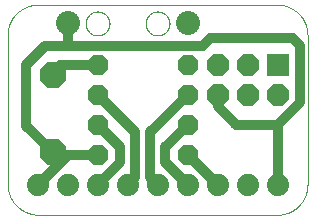
<source format=gtl>
G75*
%MOIN*%
%OFA0B0*%
%FSLAX25Y25*%
%IPPOS*%
%LPD*%
%AMOC8*
5,1,8,0,0,1.08239X$1,22.5*
%
%ADD10C,0.00000*%
%ADD11OC8,0.06800*%
%ADD12R,0.07400X0.07400*%
%ADD13OC8,0.07400*%
%ADD14OC8,0.08600*%
%ADD15C,0.07400*%
%ADD16C,0.08000*%
%ADD17C,0.03200*%
D10*
X0011308Y0002667D02*
X0090922Y0002667D01*
X0090922Y0002666D02*
X0091166Y0002669D01*
X0091409Y0002678D01*
X0091652Y0002692D01*
X0091895Y0002713D01*
X0092137Y0002739D01*
X0092378Y0002772D01*
X0092619Y0002810D01*
X0092858Y0002854D01*
X0093097Y0002903D01*
X0093334Y0002959D01*
X0093570Y0003020D01*
X0093804Y0003087D01*
X0094036Y0003159D01*
X0094267Y0003237D01*
X0094496Y0003321D01*
X0094722Y0003410D01*
X0094947Y0003505D01*
X0095169Y0003605D01*
X0095388Y0003710D01*
X0095605Y0003820D01*
X0095820Y0003936D01*
X0096031Y0004057D01*
X0096240Y0004183D01*
X0096445Y0004314D01*
X0096647Y0004450D01*
X0096846Y0004591D01*
X0097041Y0004736D01*
X0097233Y0004886D01*
X0097421Y0005041D01*
X0097605Y0005201D01*
X0097785Y0005364D01*
X0097962Y0005532D01*
X0098134Y0005704D01*
X0098302Y0005881D01*
X0098465Y0006061D01*
X0098625Y0006245D01*
X0098780Y0006433D01*
X0098930Y0006625D01*
X0099075Y0006820D01*
X0099216Y0007019D01*
X0099352Y0007221D01*
X0099483Y0007426D01*
X0099609Y0007635D01*
X0099730Y0007846D01*
X0099846Y0008061D01*
X0099956Y0008278D01*
X0100061Y0008497D01*
X0100161Y0008719D01*
X0100256Y0008944D01*
X0100345Y0009170D01*
X0100429Y0009399D01*
X0100507Y0009630D01*
X0100579Y0009862D01*
X0100646Y0010096D01*
X0100707Y0010332D01*
X0100763Y0010569D01*
X0100812Y0010808D01*
X0100856Y0011047D01*
X0100894Y0011288D01*
X0100927Y0011529D01*
X0100953Y0011771D01*
X0100974Y0012014D01*
X0100988Y0012257D01*
X0100997Y0012500D01*
X0101000Y0012744D01*
X0101000Y0062589D01*
X0100997Y0062833D01*
X0100988Y0063076D01*
X0100974Y0063319D01*
X0100953Y0063562D01*
X0100927Y0063804D01*
X0100894Y0064045D01*
X0100856Y0064286D01*
X0100812Y0064525D01*
X0100763Y0064764D01*
X0100707Y0065001D01*
X0100646Y0065237D01*
X0100579Y0065471D01*
X0100507Y0065703D01*
X0100429Y0065934D01*
X0100345Y0066163D01*
X0100256Y0066389D01*
X0100161Y0066614D01*
X0100061Y0066836D01*
X0099956Y0067055D01*
X0099846Y0067272D01*
X0099730Y0067487D01*
X0099609Y0067698D01*
X0099483Y0067907D01*
X0099352Y0068112D01*
X0099216Y0068314D01*
X0099075Y0068513D01*
X0098930Y0068708D01*
X0098780Y0068900D01*
X0098625Y0069088D01*
X0098465Y0069272D01*
X0098302Y0069452D01*
X0098134Y0069629D01*
X0097962Y0069801D01*
X0097785Y0069969D01*
X0097605Y0070132D01*
X0097421Y0070292D01*
X0097233Y0070447D01*
X0097041Y0070597D01*
X0096846Y0070742D01*
X0096647Y0070883D01*
X0096445Y0071019D01*
X0096240Y0071150D01*
X0096031Y0071276D01*
X0095820Y0071397D01*
X0095605Y0071513D01*
X0095388Y0071623D01*
X0095169Y0071728D01*
X0094947Y0071828D01*
X0094722Y0071923D01*
X0094496Y0072012D01*
X0094267Y0072096D01*
X0094036Y0072174D01*
X0093804Y0072246D01*
X0093570Y0072313D01*
X0093334Y0072374D01*
X0093097Y0072430D01*
X0092858Y0072479D01*
X0092619Y0072523D01*
X0092378Y0072561D01*
X0092137Y0072594D01*
X0091895Y0072620D01*
X0091652Y0072641D01*
X0091409Y0072655D01*
X0091166Y0072664D01*
X0090922Y0072667D01*
X0011078Y0072667D01*
X0010834Y0072664D01*
X0010591Y0072655D01*
X0010348Y0072641D01*
X0010105Y0072620D01*
X0009863Y0072594D01*
X0009622Y0072561D01*
X0009381Y0072523D01*
X0009142Y0072479D01*
X0008903Y0072430D01*
X0008666Y0072374D01*
X0008430Y0072313D01*
X0008196Y0072246D01*
X0007964Y0072174D01*
X0007733Y0072096D01*
X0007504Y0072012D01*
X0007278Y0071923D01*
X0007053Y0071828D01*
X0006831Y0071728D01*
X0006612Y0071623D01*
X0006395Y0071513D01*
X0006180Y0071397D01*
X0005969Y0071276D01*
X0005760Y0071150D01*
X0005555Y0071019D01*
X0005353Y0070883D01*
X0005154Y0070742D01*
X0004959Y0070597D01*
X0004767Y0070447D01*
X0004579Y0070292D01*
X0004395Y0070132D01*
X0004215Y0069969D01*
X0004038Y0069801D01*
X0003866Y0069629D01*
X0003698Y0069452D01*
X0003535Y0069272D01*
X0003375Y0069088D01*
X0003220Y0068900D01*
X0003070Y0068708D01*
X0002925Y0068513D01*
X0002784Y0068314D01*
X0002648Y0068112D01*
X0002517Y0067907D01*
X0002391Y0067698D01*
X0002270Y0067487D01*
X0002154Y0067272D01*
X0002044Y0067055D01*
X0001939Y0066836D01*
X0001839Y0066614D01*
X0001744Y0066389D01*
X0001655Y0066163D01*
X0001571Y0065934D01*
X0001493Y0065703D01*
X0001421Y0065471D01*
X0001354Y0065237D01*
X0001293Y0065001D01*
X0001237Y0064764D01*
X0001188Y0064525D01*
X0001144Y0064286D01*
X0001106Y0064045D01*
X0001073Y0063804D01*
X0001047Y0063562D01*
X0001026Y0063319D01*
X0001012Y0063076D01*
X0001003Y0062833D01*
X0001000Y0062589D01*
X0001000Y0012974D01*
X0001003Y0012725D01*
X0001012Y0012476D01*
X0001027Y0012227D01*
X0001048Y0011979D01*
X0001075Y0011732D01*
X0001108Y0011485D01*
X0001147Y0011239D01*
X0001192Y0010994D01*
X0001243Y0010750D01*
X0001300Y0010507D01*
X0001362Y0010266D01*
X0001430Y0010026D01*
X0001505Y0009789D01*
X0001584Y0009553D01*
X0001670Y0009319D01*
X0001761Y0009087D01*
X0001858Y0008857D01*
X0001960Y0008630D01*
X0002068Y0008406D01*
X0002181Y0008184D01*
X0002299Y0007964D01*
X0002423Y0007748D01*
X0002552Y0007535D01*
X0002686Y0007325D01*
X0002825Y0007118D01*
X0002969Y0006915D01*
X0003117Y0006715D01*
X0003271Y0006519D01*
X0003429Y0006327D01*
X0003592Y0006139D01*
X0003760Y0005954D01*
X0003932Y0005774D01*
X0004108Y0005598D01*
X0004288Y0005426D01*
X0004473Y0005258D01*
X0004661Y0005095D01*
X0004853Y0004937D01*
X0005049Y0004783D01*
X0005249Y0004635D01*
X0005452Y0004491D01*
X0005659Y0004352D01*
X0005869Y0004218D01*
X0006082Y0004089D01*
X0006298Y0003965D01*
X0006518Y0003847D01*
X0006740Y0003734D01*
X0006964Y0003626D01*
X0007191Y0003524D01*
X0007421Y0003427D01*
X0007653Y0003336D01*
X0007887Y0003250D01*
X0008123Y0003171D01*
X0008360Y0003096D01*
X0008600Y0003028D01*
X0008841Y0002966D01*
X0009084Y0002909D01*
X0009328Y0002858D01*
X0009573Y0002813D01*
X0009819Y0002774D01*
X0010066Y0002741D01*
X0010313Y0002714D01*
X0010561Y0002693D01*
X0010810Y0002678D01*
X0011059Y0002669D01*
X0011308Y0002666D01*
X0027000Y0066417D02*
X0027002Y0066543D01*
X0027008Y0066669D01*
X0027018Y0066795D01*
X0027032Y0066921D01*
X0027050Y0067046D01*
X0027072Y0067170D01*
X0027097Y0067294D01*
X0027127Y0067417D01*
X0027160Y0067538D01*
X0027198Y0067659D01*
X0027239Y0067778D01*
X0027284Y0067897D01*
X0027332Y0068013D01*
X0027384Y0068128D01*
X0027440Y0068241D01*
X0027500Y0068353D01*
X0027563Y0068462D01*
X0027629Y0068570D01*
X0027698Y0068675D01*
X0027771Y0068778D01*
X0027848Y0068879D01*
X0027927Y0068977D01*
X0028009Y0069073D01*
X0028095Y0069166D01*
X0028183Y0069257D01*
X0028274Y0069344D01*
X0028368Y0069429D01*
X0028464Y0069510D01*
X0028563Y0069589D01*
X0028664Y0069664D01*
X0028768Y0069736D01*
X0028874Y0069805D01*
X0028982Y0069871D01*
X0029092Y0069933D01*
X0029204Y0069991D01*
X0029317Y0070046D01*
X0029433Y0070097D01*
X0029550Y0070145D01*
X0029668Y0070189D01*
X0029788Y0070229D01*
X0029909Y0070265D01*
X0030031Y0070298D01*
X0030154Y0070327D01*
X0030278Y0070351D01*
X0030402Y0070372D01*
X0030527Y0070389D01*
X0030653Y0070402D01*
X0030779Y0070411D01*
X0030905Y0070416D01*
X0031032Y0070417D01*
X0031158Y0070414D01*
X0031284Y0070407D01*
X0031410Y0070396D01*
X0031535Y0070381D01*
X0031660Y0070362D01*
X0031784Y0070339D01*
X0031908Y0070313D01*
X0032030Y0070282D01*
X0032152Y0070248D01*
X0032272Y0070209D01*
X0032391Y0070167D01*
X0032509Y0070122D01*
X0032625Y0070072D01*
X0032740Y0070019D01*
X0032852Y0069962D01*
X0032963Y0069902D01*
X0033072Y0069838D01*
X0033179Y0069771D01*
X0033284Y0069701D01*
X0033387Y0069627D01*
X0033487Y0069550D01*
X0033585Y0069470D01*
X0033680Y0069387D01*
X0033772Y0069301D01*
X0033862Y0069212D01*
X0033949Y0069120D01*
X0034032Y0069026D01*
X0034113Y0068929D01*
X0034191Y0068829D01*
X0034266Y0068727D01*
X0034337Y0068623D01*
X0034405Y0068516D01*
X0034469Y0068408D01*
X0034530Y0068297D01*
X0034588Y0068185D01*
X0034642Y0068071D01*
X0034692Y0067955D01*
X0034739Y0067838D01*
X0034782Y0067719D01*
X0034821Y0067599D01*
X0034857Y0067478D01*
X0034888Y0067355D01*
X0034916Y0067232D01*
X0034940Y0067108D01*
X0034960Y0066983D01*
X0034976Y0066858D01*
X0034988Y0066732D01*
X0034996Y0066606D01*
X0035000Y0066480D01*
X0035000Y0066354D01*
X0034996Y0066228D01*
X0034988Y0066102D01*
X0034976Y0065976D01*
X0034960Y0065851D01*
X0034940Y0065726D01*
X0034916Y0065602D01*
X0034888Y0065479D01*
X0034857Y0065356D01*
X0034821Y0065235D01*
X0034782Y0065115D01*
X0034739Y0064996D01*
X0034692Y0064879D01*
X0034642Y0064763D01*
X0034588Y0064649D01*
X0034530Y0064537D01*
X0034469Y0064426D01*
X0034405Y0064318D01*
X0034337Y0064211D01*
X0034266Y0064107D01*
X0034191Y0064005D01*
X0034113Y0063905D01*
X0034032Y0063808D01*
X0033949Y0063714D01*
X0033862Y0063622D01*
X0033772Y0063533D01*
X0033680Y0063447D01*
X0033585Y0063364D01*
X0033487Y0063284D01*
X0033387Y0063207D01*
X0033284Y0063133D01*
X0033179Y0063063D01*
X0033072Y0062996D01*
X0032963Y0062932D01*
X0032852Y0062872D01*
X0032740Y0062815D01*
X0032625Y0062762D01*
X0032509Y0062712D01*
X0032391Y0062667D01*
X0032272Y0062625D01*
X0032152Y0062586D01*
X0032030Y0062552D01*
X0031908Y0062521D01*
X0031784Y0062495D01*
X0031660Y0062472D01*
X0031535Y0062453D01*
X0031410Y0062438D01*
X0031284Y0062427D01*
X0031158Y0062420D01*
X0031032Y0062417D01*
X0030905Y0062418D01*
X0030779Y0062423D01*
X0030653Y0062432D01*
X0030527Y0062445D01*
X0030402Y0062462D01*
X0030278Y0062483D01*
X0030154Y0062507D01*
X0030031Y0062536D01*
X0029909Y0062569D01*
X0029788Y0062605D01*
X0029668Y0062645D01*
X0029550Y0062689D01*
X0029433Y0062737D01*
X0029317Y0062788D01*
X0029204Y0062843D01*
X0029092Y0062901D01*
X0028982Y0062963D01*
X0028874Y0063029D01*
X0028768Y0063098D01*
X0028664Y0063170D01*
X0028563Y0063245D01*
X0028464Y0063324D01*
X0028368Y0063405D01*
X0028274Y0063490D01*
X0028183Y0063577D01*
X0028095Y0063668D01*
X0028009Y0063761D01*
X0027927Y0063857D01*
X0027848Y0063955D01*
X0027771Y0064056D01*
X0027698Y0064159D01*
X0027629Y0064264D01*
X0027563Y0064372D01*
X0027500Y0064481D01*
X0027440Y0064593D01*
X0027384Y0064706D01*
X0027332Y0064821D01*
X0027284Y0064937D01*
X0027239Y0065056D01*
X0027198Y0065175D01*
X0027160Y0065296D01*
X0027127Y0065417D01*
X0027097Y0065540D01*
X0027072Y0065664D01*
X0027050Y0065788D01*
X0027032Y0065913D01*
X0027018Y0066039D01*
X0027008Y0066165D01*
X0027002Y0066291D01*
X0027000Y0066417D01*
X0047000Y0066417D02*
X0047002Y0066543D01*
X0047008Y0066669D01*
X0047018Y0066795D01*
X0047032Y0066921D01*
X0047050Y0067046D01*
X0047072Y0067170D01*
X0047097Y0067294D01*
X0047127Y0067417D01*
X0047160Y0067538D01*
X0047198Y0067659D01*
X0047239Y0067778D01*
X0047284Y0067897D01*
X0047332Y0068013D01*
X0047384Y0068128D01*
X0047440Y0068241D01*
X0047500Y0068353D01*
X0047563Y0068462D01*
X0047629Y0068570D01*
X0047698Y0068675D01*
X0047771Y0068778D01*
X0047848Y0068879D01*
X0047927Y0068977D01*
X0048009Y0069073D01*
X0048095Y0069166D01*
X0048183Y0069257D01*
X0048274Y0069344D01*
X0048368Y0069429D01*
X0048464Y0069510D01*
X0048563Y0069589D01*
X0048664Y0069664D01*
X0048768Y0069736D01*
X0048874Y0069805D01*
X0048982Y0069871D01*
X0049092Y0069933D01*
X0049204Y0069991D01*
X0049317Y0070046D01*
X0049433Y0070097D01*
X0049550Y0070145D01*
X0049668Y0070189D01*
X0049788Y0070229D01*
X0049909Y0070265D01*
X0050031Y0070298D01*
X0050154Y0070327D01*
X0050278Y0070351D01*
X0050402Y0070372D01*
X0050527Y0070389D01*
X0050653Y0070402D01*
X0050779Y0070411D01*
X0050905Y0070416D01*
X0051032Y0070417D01*
X0051158Y0070414D01*
X0051284Y0070407D01*
X0051410Y0070396D01*
X0051535Y0070381D01*
X0051660Y0070362D01*
X0051784Y0070339D01*
X0051908Y0070313D01*
X0052030Y0070282D01*
X0052152Y0070248D01*
X0052272Y0070209D01*
X0052391Y0070167D01*
X0052509Y0070122D01*
X0052625Y0070072D01*
X0052740Y0070019D01*
X0052852Y0069962D01*
X0052963Y0069902D01*
X0053072Y0069838D01*
X0053179Y0069771D01*
X0053284Y0069701D01*
X0053387Y0069627D01*
X0053487Y0069550D01*
X0053585Y0069470D01*
X0053680Y0069387D01*
X0053772Y0069301D01*
X0053862Y0069212D01*
X0053949Y0069120D01*
X0054032Y0069026D01*
X0054113Y0068929D01*
X0054191Y0068829D01*
X0054266Y0068727D01*
X0054337Y0068623D01*
X0054405Y0068516D01*
X0054469Y0068408D01*
X0054530Y0068297D01*
X0054588Y0068185D01*
X0054642Y0068071D01*
X0054692Y0067955D01*
X0054739Y0067838D01*
X0054782Y0067719D01*
X0054821Y0067599D01*
X0054857Y0067478D01*
X0054888Y0067355D01*
X0054916Y0067232D01*
X0054940Y0067108D01*
X0054960Y0066983D01*
X0054976Y0066858D01*
X0054988Y0066732D01*
X0054996Y0066606D01*
X0055000Y0066480D01*
X0055000Y0066354D01*
X0054996Y0066228D01*
X0054988Y0066102D01*
X0054976Y0065976D01*
X0054960Y0065851D01*
X0054940Y0065726D01*
X0054916Y0065602D01*
X0054888Y0065479D01*
X0054857Y0065356D01*
X0054821Y0065235D01*
X0054782Y0065115D01*
X0054739Y0064996D01*
X0054692Y0064879D01*
X0054642Y0064763D01*
X0054588Y0064649D01*
X0054530Y0064537D01*
X0054469Y0064426D01*
X0054405Y0064318D01*
X0054337Y0064211D01*
X0054266Y0064107D01*
X0054191Y0064005D01*
X0054113Y0063905D01*
X0054032Y0063808D01*
X0053949Y0063714D01*
X0053862Y0063622D01*
X0053772Y0063533D01*
X0053680Y0063447D01*
X0053585Y0063364D01*
X0053487Y0063284D01*
X0053387Y0063207D01*
X0053284Y0063133D01*
X0053179Y0063063D01*
X0053072Y0062996D01*
X0052963Y0062932D01*
X0052852Y0062872D01*
X0052740Y0062815D01*
X0052625Y0062762D01*
X0052509Y0062712D01*
X0052391Y0062667D01*
X0052272Y0062625D01*
X0052152Y0062586D01*
X0052030Y0062552D01*
X0051908Y0062521D01*
X0051784Y0062495D01*
X0051660Y0062472D01*
X0051535Y0062453D01*
X0051410Y0062438D01*
X0051284Y0062427D01*
X0051158Y0062420D01*
X0051032Y0062417D01*
X0050905Y0062418D01*
X0050779Y0062423D01*
X0050653Y0062432D01*
X0050527Y0062445D01*
X0050402Y0062462D01*
X0050278Y0062483D01*
X0050154Y0062507D01*
X0050031Y0062536D01*
X0049909Y0062569D01*
X0049788Y0062605D01*
X0049668Y0062645D01*
X0049550Y0062689D01*
X0049433Y0062737D01*
X0049317Y0062788D01*
X0049204Y0062843D01*
X0049092Y0062901D01*
X0048982Y0062963D01*
X0048874Y0063029D01*
X0048768Y0063098D01*
X0048664Y0063170D01*
X0048563Y0063245D01*
X0048464Y0063324D01*
X0048368Y0063405D01*
X0048274Y0063490D01*
X0048183Y0063577D01*
X0048095Y0063668D01*
X0048009Y0063761D01*
X0047927Y0063857D01*
X0047848Y0063955D01*
X0047771Y0064056D01*
X0047698Y0064159D01*
X0047629Y0064264D01*
X0047563Y0064372D01*
X0047500Y0064481D01*
X0047440Y0064593D01*
X0047384Y0064706D01*
X0047332Y0064821D01*
X0047284Y0064937D01*
X0047239Y0065056D01*
X0047198Y0065175D01*
X0047160Y0065296D01*
X0047127Y0065417D01*
X0047097Y0065540D01*
X0047072Y0065664D01*
X0047050Y0065788D01*
X0047032Y0065913D01*
X0047018Y0066039D01*
X0047008Y0066165D01*
X0047002Y0066291D01*
X0047000Y0066417D01*
D11*
X0061000Y0052667D03*
X0061000Y0042667D03*
X0061000Y0032667D03*
X0061000Y0022667D03*
X0031000Y0022667D03*
X0031000Y0032667D03*
X0031000Y0042667D03*
X0031000Y0052667D03*
D12*
X0091000Y0052667D03*
D13*
X0081000Y0052667D03*
X0071000Y0052667D03*
X0071000Y0042667D03*
X0081000Y0042667D03*
X0091000Y0042667D03*
D14*
X0016000Y0049217D03*
X0016000Y0023617D03*
D15*
X0011000Y0012667D03*
X0021000Y0012667D03*
X0031000Y0012667D03*
X0041000Y0012667D03*
X0051000Y0012667D03*
X0061000Y0012667D03*
X0071000Y0012667D03*
X0081000Y0012667D03*
X0091000Y0012667D03*
D16*
X0061000Y0066417D03*
X0021000Y0066417D03*
D17*
X0021000Y0058917D01*
X0066000Y0058917D01*
X0068500Y0061417D01*
X0096000Y0061417D01*
X0098500Y0058917D01*
X0098500Y0040167D01*
X0091000Y0032667D01*
X0077250Y0032667D01*
X0071000Y0038917D01*
X0071000Y0042667D01*
X0061000Y0042667D02*
X0048500Y0030167D01*
X0048500Y0015167D01*
X0051000Y0012667D01*
X0043500Y0015167D02*
X0043500Y0030167D01*
X0031000Y0042667D01*
X0031000Y0032667D02*
X0038500Y0025167D01*
X0038500Y0020167D01*
X0031000Y0012667D01*
X0041000Y0012667D02*
X0043500Y0015167D01*
X0053500Y0020167D02*
X0053500Y0025167D01*
X0061000Y0032667D01*
X0061000Y0022667D02*
X0071000Y0012667D01*
X0061000Y0012667D02*
X0053500Y0020167D01*
X0031000Y0022667D02*
X0021000Y0022667D01*
X0017250Y0022667D01*
X0016000Y0023617D01*
X0007250Y0032367D01*
X0007250Y0052667D01*
X0013500Y0058917D01*
X0021000Y0058917D01*
X0018500Y0052667D02*
X0016000Y0049217D01*
X0018500Y0052667D02*
X0031000Y0052667D01*
X0021000Y0022667D02*
X0011000Y0012667D01*
X0091000Y0012667D02*
X0091000Y0032667D01*
M02*

</source>
